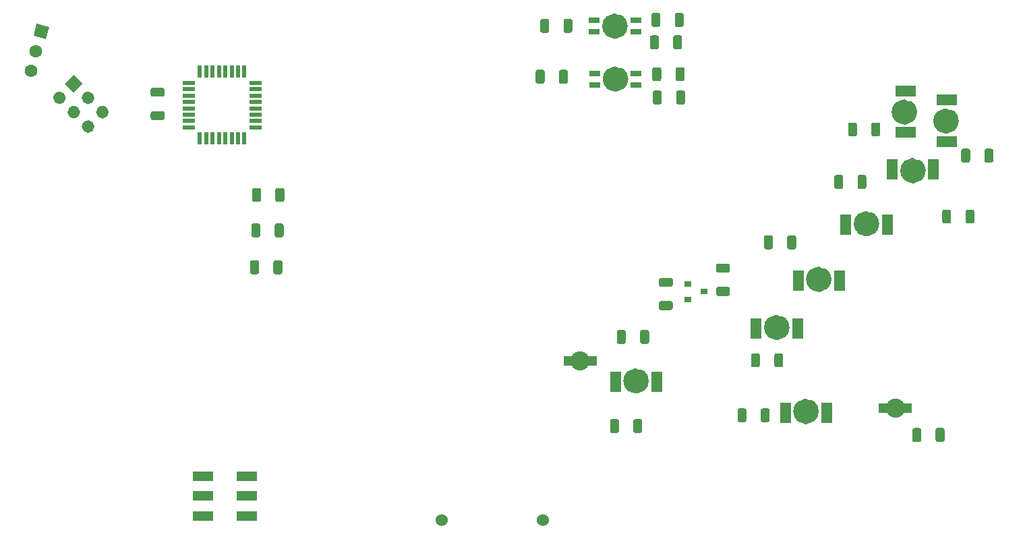
<source format=gbs>
%TF.GenerationSoftware,KiCad,Pcbnew,5.1.10-88a1d61d58~88~ubuntu20.04.1*%
%TF.CreationDate,2021-05-29T11:29:45-04:00*%
%TF.ProjectId,avBadge_2021,61764261-6467-4655-9f32-3032312e6b69,rev?*%
%TF.SameCoordinates,Original*%
%TF.FileFunction,Soldermask,Bot*%
%TF.FilePolarity,Negative*%
%FSLAX46Y46*%
G04 Gerber Fmt 4.6, Leading zero omitted, Abs format (unit mm)*
G04 Created by KiCad (PCBNEW 5.1.10-88a1d61d58~88~ubuntu20.04.1) date 2021-05-29 11:29:45*
%MOMM*%
%LPD*%
G01*
G04 APERTURE LIST*
%ADD10C,1.600000*%
%ADD11C,0.100000*%
%ADD12C,1.600000*%
%ADD13R,2.500000X1.200000*%
%ADD14C,1.524000*%
%ADD15R,0.550000X1.500000*%
%ADD16R,1.500000X0.550000*%
%ADD17C,2.400000*%
%ADD18R,1.080000X1.250000*%
%ADD19R,0.900000X0.800000*%
%ADD20R,1.400000X0.800000*%
%ADD21R,1.400000X2.600000*%
%ADD22R,2.600000X1.400000*%
G04 APERTURE END LIST*
D10*
%TO.C,D2*%
X165824760Y-84568200D02*
G75*
G03*
X165824760Y-84568200I-800000J0D01*
G01*
%TO.C,D6*%
X189741400Y-126283820D02*
G75*
G03*
X189741400Y-126283820I-800000J0D01*
G01*
%TO.C,D7*%
X168405400Y-122458580D02*
G75*
G03*
X168405400Y-122458580I-800000J0D01*
G01*
%TO.C,D8*%
X203178000Y-96062700D02*
G75*
G03*
X203178000Y-96062700I-800000J0D01*
G01*
%TO.C,D10*%
X191341600Y-109702700D02*
G75*
G03*
X191341600Y-109702700I-800000J0D01*
G01*
%TO.C,D11*%
X197336000Y-102727860D02*
G75*
G03*
X197336000Y-102727860I-800000J0D01*
G01*
%TO.C,D12*%
X186073640Y-115747900D02*
G75*
G03*
X186073640Y-115747900I-800000J0D01*
G01*
%TO.C,D1*%
X165753640Y-77928640D02*
G75*
G03*
X165753640Y-77928640I-800000J0D01*
G01*
%TO.C,D4*%
X207322420Y-89835680D02*
G75*
G03*
X207322420Y-89835680I-800000J0D01*
G01*
%TO.C,D9*%
X202095100Y-88702840D02*
G75*
G03*
X202095100Y-88702840I-800000J0D01*
G01*
%TD*%
D11*
%TO.C,P1*%
G36*
X93491125Y-79582824D02*
G01*
X91945644Y-79168713D01*
X92359755Y-77623232D01*
X93905236Y-78037343D01*
X93491125Y-79582824D01*
G37*
D12*
X92268040Y-81056480D03*
X91610640Y-83509932D03*
%TD*%
D13*
%TO.C,SW1*%
X113223040Y-139391400D03*
X113223040Y-136891400D03*
X113223040Y-134391400D03*
X118723040Y-139391400D03*
X118723040Y-136891400D03*
X118723040Y-134391400D03*
%TD*%
D14*
%TO.C,BT1*%
X143242020Y-139926060D03*
X155942020Y-139926060D03*
%TD*%
D15*
%TO.C,U1*%
X112836040Y-92043360D03*
X113636040Y-92043360D03*
X114436040Y-92043360D03*
X115236040Y-92043360D03*
X116036040Y-92043360D03*
X116836040Y-92043360D03*
X117636040Y-92043360D03*
X118436040Y-92043360D03*
D16*
X119836040Y-90643360D03*
X119836040Y-89843360D03*
X119836040Y-89043360D03*
X119836040Y-88243360D03*
X119836040Y-87443360D03*
X119836040Y-86643360D03*
X119836040Y-85843360D03*
X119836040Y-85043360D03*
D15*
X118436040Y-83643360D03*
X117636040Y-83643360D03*
X116836040Y-83643360D03*
X116036040Y-83643360D03*
X115236040Y-83643360D03*
X114436040Y-83643360D03*
X113636040Y-83643360D03*
D16*
X111436040Y-85043360D03*
X111436040Y-85843360D03*
X111436040Y-86643360D03*
X111436040Y-87443360D03*
X111436040Y-88243360D03*
X111436040Y-89043360D03*
X111436040Y-89843360D03*
X111436040Y-90643360D03*
D15*
X112836040Y-83643360D03*
%TD*%
D17*
%TO.C,D5*%
X160603760Y-119969280D03*
D18*
X159043760Y-119969280D03*
X162163760Y-119969280D03*
%TD*%
%TO.C,C1*%
G36*
G01*
X108173681Y-86796580D02*
X106923679Y-86796580D01*
G75*
G02*
X106673680Y-86546581I0J249999D01*
G01*
X106673680Y-85921579D01*
G75*
G02*
X106923679Y-85671580I249999J0D01*
G01*
X108173681Y-85671580D01*
G75*
G02*
X108423680Y-85921579I0J-249999D01*
G01*
X108423680Y-86546581D01*
G75*
G02*
X108173681Y-86796580I-249999J0D01*
G01*
G37*
G36*
G01*
X108173681Y-89721580D02*
X106923679Y-89721580D01*
G75*
G02*
X106673680Y-89471581I0J249999D01*
G01*
X106673680Y-88846579D01*
G75*
G02*
X106923679Y-88596580I249999J0D01*
G01*
X108173681Y-88596580D01*
G75*
G02*
X108423680Y-88846579I0J-249999D01*
G01*
X108423680Y-89471581D01*
G75*
G02*
X108173681Y-89721580I-249999J0D01*
G01*
G37*
%TD*%
%TO.C,C2*%
G36*
G01*
X179151441Y-108863020D02*
X177901439Y-108863020D01*
G75*
G02*
X177651440Y-108613021I0J249999D01*
G01*
X177651440Y-107988019D01*
G75*
G02*
X177901439Y-107738020I249999J0D01*
G01*
X179151441Y-107738020D01*
G75*
G02*
X179401440Y-107988019I0J-249999D01*
G01*
X179401440Y-108613021D01*
G75*
G02*
X179151441Y-108863020I-249999J0D01*
G01*
G37*
G36*
G01*
X179151441Y-111788020D02*
X177901439Y-111788020D01*
G75*
G02*
X177651440Y-111538021I0J249999D01*
G01*
X177651440Y-110913019D01*
G75*
G02*
X177901439Y-110663020I249999J0D01*
G01*
X179151441Y-110663020D01*
G75*
G02*
X179401440Y-110913019I0J-249999D01*
G01*
X179401440Y-111538021D01*
G75*
G02*
X179151441Y-111788020I-249999J0D01*
G01*
G37*
%TD*%
D17*
%TO.C,D3*%
X200177400Y-125846840D03*
D18*
X198617400Y-125846840D03*
X201737400Y-125846840D03*
%TD*%
%TO.C,J1*%
G36*
G01*
X100044258Y-89303125D02*
X100044258Y-89303125D01*
G75*
G02*
X100044258Y-88171755I565685J565685D01*
G01*
X100044258Y-88171755D01*
G75*
G02*
X101175628Y-88171755I565685J-565685D01*
G01*
X101175628Y-88171755D01*
G75*
G02*
X101175628Y-89303125I-565685J-565685D01*
G01*
X101175628Y-89303125D01*
G75*
G02*
X100044258Y-89303125I-565685J565685D01*
G01*
G37*
G36*
G01*
X98248206Y-91099176D02*
X98248206Y-91099176D01*
G75*
G02*
X98248206Y-89967806I565685J565685D01*
G01*
X98248206Y-89967806D01*
G75*
G02*
X99379576Y-89967806I565685J-565685D01*
G01*
X99379576Y-89967806D01*
G75*
G02*
X99379576Y-91099176I-565685J-565685D01*
G01*
X99379576Y-91099176D01*
G75*
G02*
X98248206Y-91099176I-565685J565685D01*
G01*
G37*
G36*
G01*
X98248206Y-87507074D02*
X98248206Y-87507074D01*
G75*
G02*
X98248206Y-86375704I565685J565685D01*
G01*
X98248206Y-86375704D01*
G75*
G02*
X99379576Y-86375704I565685J-565685D01*
G01*
X99379576Y-86375704D01*
G75*
G02*
X99379576Y-87507074I-565685J-565685D01*
G01*
X99379576Y-87507074D01*
G75*
G02*
X98248206Y-87507074I-565685J565685D01*
G01*
G37*
G36*
G01*
X96452155Y-89303125D02*
X96452155Y-89303125D01*
G75*
G02*
X96452155Y-88171755I565685J565685D01*
G01*
X96452155Y-88171755D01*
G75*
G02*
X97583525Y-88171755I565685J-565685D01*
G01*
X97583525Y-88171755D01*
G75*
G02*
X97583525Y-89303125I-565685J-565685D01*
G01*
X97583525Y-89303125D01*
G75*
G02*
X96452155Y-89303125I-565685J565685D01*
G01*
G37*
D11*
G36*
X97017840Y-86276709D02*
G01*
X95886469Y-85145338D01*
X97017840Y-84013967D01*
X98149211Y-85145338D01*
X97017840Y-86276709D01*
G37*
G36*
G01*
X94656104Y-87507074D02*
X94656104Y-87507074D01*
G75*
G02*
X94656104Y-86375704I565685J565685D01*
G01*
X94656104Y-86375704D01*
G75*
G02*
X95787474Y-86375704I565685J-565685D01*
G01*
X95787474Y-86375704D01*
G75*
G02*
X95787474Y-87507074I-565685J-565685D01*
G01*
X95787474Y-87507074D01*
G75*
G02*
X94656104Y-87507074I-565685J565685D01*
G01*
G37*
%TD*%
%TO.C,R2*%
G36*
G01*
X170839020Y-86263319D02*
X170839020Y-87513321D01*
G75*
G02*
X170589021Y-87763320I-249999J0D01*
G01*
X169964019Y-87763320D01*
G75*
G02*
X169714020Y-87513321I0J249999D01*
G01*
X169714020Y-86263319D01*
G75*
G02*
X169964019Y-86013320I249999J0D01*
G01*
X170589021Y-86013320D01*
G75*
G02*
X170839020Y-86263319I0J-249999D01*
G01*
G37*
G36*
G01*
X173764020Y-86263319D02*
X173764020Y-87513321D01*
G75*
G02*
X173514021Y-87763320I-249999J0D01*
G01*
X172889019Y-87763320D01*
G75*
G02*
X172639020Y-87513321I0J249999D01*
G01*
X172639020Y-86263319D01*
G75*
G02*
X172889019Y-86013320I249999J0D01*
G01*
X173514021Y-86013320D01*
G75*
G02*
X173764020Y-86263319I0J-249999D01*
G01*
G37*
%TD*%
%TO.C,R1*%
G36*
G01*
X170463100Y-79344359D02*
X170463100Y-80594361D01*
G75*
G02*
X170213101Y-80844360I-249999J0D01*
G01*
X169588099Y-80844360D01*
G75*
G02*
X169338100Y-80594361I0J249999D01*
G01*
X169338100Y-79344359D01*
G75*
G02*
X169588099Y-79094360I249999J0D01*
G01*
X170213101Y-79094360D01*
G75*
G02*
X170463100Y-79344359I0J-249999D01*
G01*
G37*
G36*
G01*
X173388100Y-79344359D02*
X173388100Y-80594361D01*
G75*
G02*
X173138101Y-80844360I-249999J0D01*
G01*
X172513099Y-80844360D01*
G75*
G02*
X172263100Y-80594361I0J249999D01*
G01*
X172263100Y-79344359D01*
G75*
G02*
X172513099Y-79094360I249999J0D01*
G01*
X173138101Y-79094360D01*
G75*
G02*
X173388100Y-79344359I0J-249999D01*
G01*
G37*
%TD*%
%TO.C,R4*%
G36*
G01*
X157919800Y-84912361D02*
X157919800Y-83662359D01*
G75*
G02*
X158169799Y-83412360I249999J0D01*
G01*
X158794801Y-83412360D01*
G75*
G02*
X159044800Y-83662359I0J-249999D01*
G01*
X159044800Y-84912361D01*
G75*
G02*
X158794801Y-85162360I-249999J0D01*
G01*
X158169799Y-85162360D01*
G75*
G02*
X157919800Y-84912361I0J249999D01*
G01*
G37*
G36*
G01*
X154994800Y-84912361D02*
X154994800Y-83662359D01*
G75*
G02*
X155244799Y-83412360I249999J0D01*
G01*
X155869801Y-83412360D01*
G75*
G02*
X156119800Y-83662359I0J-249999D01*
G01*
X156119800Y-84912361D01*
G75*
G02*
X155869801Y-85162360I-249999J0D01*
G01*
X155244799Y-85162360D01*
G75*
G02*
X154994800Y-84912361I0J249999D01*
G01*
G37*
%TD*%
%TO.C,R3*%
G36*
G01*
X158493840Y-78516641D02*
X158493840Y-77266639D01*
G75*
G02*
X158743839Y-77016640I249999J0D01*
G01*
X159368841Y-77016640D01*
G75*
G02*
X159618840Y-77266639I0J-249999D01*
G01*
X159618840Y-78516641D01*
G75*
G02*
X159368841Y-78766640I-249999J0D01*
G01*
X158743839Y-78766640D01*
G75*
G02*
X158493840Y-78516641I0J249999D01*
G01*
G37*
G36*
G01*
X155568840Y-78516641D02*
X155568840Y-77266639D01*
G75*
G02*
X155818839Y-77016640I249999J0D01*
G01*
X156443841Y-77016640D01*
G75*
G02*
X156693840Y-77266639I0J-249999D01*
G01*
X156693840Y-78516641D01*
G75*
G02*
X156443841Y-78766640I-249999J0D01*
G01*
X155818839Y-78766640D01*
G75*
G02*
X155568840Y-78516641I0J249999D01*
G01*
G37*
%TD*%
%TO.C,R6*%
G36*
G01*
X170767900Y-83337239D02*
X170767900Y-84587241D01*
G75*
G02*
X170517901Y-84837240I-249999J0D01*
G01*
X169892899Y-84837240D01*
G75*
G02*
X169642900Y-84587241I0J249999D01*
G01*
X169642900Y-83337239D01*
G75*
G02*
X169892899Y-83087240I249999J0D01*
G01*
X170517901Y-83087240D01*
G75*
G02*
X170767900Y-83337239I0J-249999D01*
G01*
G37*
G36*
G01*
X173692900Y-83337239D02*
X173692900Y-84587241D01*
G75*
G02*
X173442901Y-84837240I-249999J0D01*
G01*
X172817899Y-84837240D01*
G75*
G02*
X172567900Y-84587241I0J249999D01*
G01*
X172567900Y-83337239D01*
G75*
G02*
X172817899Y-83087240I249999J0D01*
G01*
X173442901Y-83087240D01*
G75*
G02*
X173692900Y-83337239I0J-249999D01*
G01*
G37*
%TD*%
%TO.C,R5*%
G36*
G01*
X170666300Y-76535119D02*
X170666300Y-77785121D01*
G75*
G02*
X170416301Y-78035120I-249999J0D01*
G01*
X169791299Y-78035120D01*
G75*
G02*
X169541300Y-77785121I0J249999D01*
G01*
X169541300Y-76535119D01*
G75*
G02*
X169791299Y-76285120I249999J0D01*
G01*
X170416301Y-76285120D01*
G75*
G02*
X170666300Y-76535119I0J-249999D01*
G01*
G37*
G36*
G01*
X173591300Y-76535119D02*
X173591300Y-77785121D01*
G75*
G02*
X173341301Y-78035120I-249999J0D01*
G01*
X172716299Y-78035120D01*
G75*
G02*
X172466300Y-77785121I0J249999D01*
G01*
X172466300Y-76535119D01*
G75*
G02*
X172716299Y-76285120I249999J0D01*
G01*
X173341301Y-76285120D01*
G75*
G02*
X173591300Y-76535119I0J-249999D01*
G01*
G37*
%TD*%
%TO.C,R8*%
G36*
G01*
X205223220Y-129870361D02*
X205223220Y-128620359D01*
G75*
G02*
X205473219Y-128370360I249999J0D01*
G01*
X206098221Y-128370360D01*
G75*
G02*
X206348220Y-128620359I0J-249999D01*
G01*
X206348220Y-129870361D01*
G75*
G02*
X206098221Y-130120360I-249999J0D01*
G01*
X205473219Y-130120360D01*
G75*
G02*
X205223220Y-129870361I0J249999D01*
G01*
G37*
G36*
G01*
X202298220Y-129870361D02*
X202298220Y-128620359D01*
G75*
G02*
X202548219Y-128370360I249999J0D01*
G01*
X203173221Y-128370360D01*
G75*
G02*
X203423220Y-128620359I0J-249999D01*
G01*
X203423220Y-129870361D01*
G75*
G02*
X203173221Y-130120360I-249999J0D01*
G01*
X202548219Y-130120360D01*
G75*
G02*
X202298220Y-129870361I0J249999D01*
G01*
G37*
%TD*%
%TO.C,R10*%
G36*
G01*
X168118900Y-117561521D02*
X168118900Y-116311519D01*
G75*
G02*
X168368899Y-116061520I249999J0D01*
G01*
X168993901Y-116061520D01*
G75*
G02*
X169243900Y-116311519I0J-249999D01*
G01*
X169243900Y-117561521D01*
G75*
G02*
X168993901Y-117811520I-249999J0D01*
G01*
X168368899Y-117811520D01*
G75*
G02*
X168118900Y-117561521I0J249999D01*
G01*
G37*
G36*
G01*
X165193900Y-117561521D02*
X165193900Y-116311519D01*
G75*
G02*
X165443899Y-116061520I249999J0D01*
G01*
X166068901Y-116061520D01*
G75*
G02*
X166318900Y-116311519I0J-249999D01*
G01*
X166318900Y-117561521D01*
G75*
G02*
X166068901Y-117811520I-249999J0D01*
G01*
X165443899Y-117811520D01*
G75*
G02*
X165193900Y-117561521I0J249999D01*
G01*
G37*
%TD*%
%TO.C,R9*%
G36*
G01*
X120436340Y-102940959D02*
X120436340Y-104190961D01*
G75*
G02*
X120186341Y-104440960I-249999J0D01*
G01*
X119561339Y-104440960D01*
G75*
G02*
X119311340Y-104190961I0J249999D01*
G01*
X119311340Y-102940959D01*
G75*
G02*
X119561339Y-102690960I249999J0D01*
G01*
X120186341Y-102690960D01*
G75*
G02*
X120436340Y-102940959I0J-249999D01*
G01*
G37*
G36*
G01*
X123361340Y-102940959D02*
X123361340Y-104190961D01*
G75*
G02*
X123111341Y-104440960I-249999J0D01*
G01*
X122486339Y-104440960D01*
G75*
G02*
X122236340Y-104190961I0J249999D01*
G01*
X122236340Y-102940959D01*
G75*
G02*
X122486339Y-102690960I249999J0D01*
G01*
X123111341Y-102690960D01*
G75*
G02*
X123361340Y-102940959I0J-249999D01*
G01*
G37*
%TD*%
%TO.C,R13*%
G36*
G01*
X170723399Y-112451180D02*
X171973401Y-112451180D01*
G75*
G02*
X172223400Y-112701179I0J-249999D01*
G01*
X172223400Y-113326181D01*
G75*
G02*
X171973401Y-113576180I-249999J0D01*
G01*
X170723399Y-113576180D01*
G75*
G02*
X170473400Y-113326181I0J249999D01*
G01*
X170473400Y-112701179D01*
G75*
G02*
X170723399Y-112451180I249999J0D01*
G01*
G37*
G36*
G01*
X170723399Y-109526180D02*
X171973401Y-109526180D01*
G75*
G02*
X172223400Y-109776179I0J-249999D01*
G01*
X172223400Y-110401181D01*
G75*
G02*
X171973401Y-110651180I-249999J0D01*
G01*
X170723399Y-110651180D01*
G75*
G02*
X170473400Y-110401181I0J249999D01*
G01*
X170473400Y-109776179D01*
G75*
G02*
X170723399Y-109526180I249999J0D01*
G01*
G37*
%TD*%
%TO.C,R14*%
G36*
G01*
X183266380Y-127396401D02*
X183266380Y-126146399D01*
G75*
G02*
X183516379Y-125896400I249999J0D01*
G01*
X184141381Y-125896400D01*
G75*
G02*
X184391380Y-126146399I0J-249999D01*
G01*
X184391380Y-127396401D01*
G75*
G02*
X184141381Y-127646400I-249999J0D01*
G01*
X183516379Y-127646400D01*
G75*
G02*
X183266380Y-127396401I0J249999D01*
G01*
G37*
G36*
G01*
X180341380Y-127396401D02*
X180341380Y-126146399D01*
G75*
G02*
X180591379Y-125896400I249999J0D01*
G01*
X181216381Y-125896400D01*
G75*
G02*
X181466380Y-126146399I0J-249999D01*
G01*
X181466380Y-127396401D01*
G75*
G02*
X181216381Y-127646400I-249999J0D01*
G01*
X180591379Y-127646400D01*
G75*
G02*
X180341380Y-127396401I0J249999D01*
G01*
G37*
%TD*%
%TO.C,R15*%
G36*
G01*
X167260380Y-128752761D02*
X167260380Y-127502759D01*
G75*
G02*
X167510379Y-127252760I249999J0D01*
G01*
X168135381Y-127252760D01*
G75*
G02*
X168385380Y-127502759I0J-249999D01*
G01*
X168385380Y-128752761D01*
G75*
G02*
X168135381Y-129002760I-249999J0D01*
G01*
X167510379Y-129002760D01*
G75*
G02*
X167260380Y-128752761I0J249999D01*
G01*
G37*
G36*
G01*
X164335380Y-128752761D02*
X164335380Y-127502759D01*
G75*
G02*
X164585379Y-127252760I249999J0D01*
G01*
X165210381Y-127252760D01*
G75*
G02*
X165460380Y-127502759I0J-249999D01*
G01*
X165460380Y-128752761D01*
G75*
G02*
X165210381Y-129002760I-249999J0D01*
G01*
X164585379Y-129002760D01*
G75*
G02*
X164335380Y-128752761I0J249999D01*
G01*
G37*
%TD*%
%TO.C,R16*%
G36*
G01*
X208967180Y-102458681D02*
X208967180Y-101208679D01*
G75*
G02*
X209217179Y-100958680I249999J0D01*
G01*
X209842181Y-100958680D01*
G75*
G02*
X210092180Y-101208679I0J-249999D01*
G01*
X210092180Y-102458681D01*
G75*
G02*
X209842181Y-102708680I-249999J0D01*
G01*
X209217179Y-102708680D01*
G75*
G02*
X208967180Y-102458681I0J249999D01*
G01*
G37*
G36*
G01*
X206042180Y-102458681D02*
X206042180Y-101208679D01*
G75*
G02*
X206292179Y-100958680I249999J0D01*
G01*
X206917181Y-100958680D01*
G75*
G02*
X207167180Y-101208679I0J-249999D01*
G01*
X207167180Y-102458681D01*
G75*
G02*
X206917181Y-102708680I-249999J0D01*
G01*
X206292179Y-102708680D01*
G75*
G02*
X206042180Y-102458681I0J249999D01*
G01*
G37*
%TD*%
%TO.C,R18*%
G36*
G01*
X186584700Y-105689561D02*
X186584700Y-104439559D01*
G75*
G02*
X186834699Y-104189560I249999J0D01*
G01*
X187459701Y-104189560D01*
G75*
G02*
X187709700Y-104439559I0J-249999D01*
G01*
X187709700Y-105689561D01*
G75*
G02*
X187459701Y-105939560I-249999J0D01*
G01*
X186834699Y-105939560D01*
G75*
G02*
X186584700Y-105689561I0J249999D01*
G01*
G37*
G36*
G01*
X183659700Y-105689561D02*
X183659700Y-104439559D01*
G75*
G02*
X183909699Y-104189560I249999J0D01*
G01*
X184534701Y-104189560D01*
G75*
G02*
X184784700Y-104439559I0J-249999D01*
G01*
X184784700Y-105689561D01*
G75*
G02*
X184534701Y-105939560I-249999J0D01*
G01*
X183909699Y-105939560D01*
G75*
G02*
X183659700Y-105689561I0J249999D01*
G01*
G37*
%TD*%
%TO.C,R19*%
G36*
G01*
X195408660Y-98110201D02*
X195408660Y-96860199D01*
G75*
G02*
X195658659Y-96610200I249999J0D01*
G01*
X196283661Y-96610200D01*
G75*
G02*
X196533660Y-96860199I0J-249999D01*
G01*
X196533660Y-98110201D01*
G75*
G02*
X196283661Y-98360200I-249999J0D01*
G01*
X195658659Y-98360200D01*
G75*
G02*
X195408660Y-98110201I0J249999D01*
G01*
G37*
G36*
G01*
X192483660Y-98110201D02*
X192483660Y-96860199D01*
G75*
G02*
X192733659Y-96610200I249999J0D01*
G01*
X193358661Y-96610200D01*
G75*
G02*
X193608660Y-96860199I0J-249999D01*
G01*
X193608660Y-98110201D01*
G75*
G02*
X193358661Y-98360200I-249999J0D01*
G01*
X192733659Y-98360200D01*
G75*
G02*
X192483660Y-98110201I0J249999D01*
G01*
G37*
%TD*%
%TO.C,R20*%
G36*
G01*
X184959100Y-120492681D02*
X184959100Y-119242679D01*
G75*
G02*
X185209099Y-118992680I249999J0D01*
G01*
X185834101Y-118992680D01*
G75*
G02*
X186084100Y-119242679I0J-249999D01*
G01*
X186084100Y-120492681D01*
G75*
G02*
X185834101Y-120742680I-249999J0D01*
G01*
X185209099Y-120742680D01*
G75*
G02*
X184959100Y-120492681I0J249999D01*
G01*
G37*
G36*
G01*
X182034100Y-120492681D02*
X182034100Y-119242679D01*
G75*
G02*
X182284099Y-118992680I249999J0D01*
G01*
X182909101Y-118992680D01*
G75*
G02*
X183159100Y-119242679I0J-249999D01*
G01*
X183159100Y-120492681D01*
G75*
G02*
X182909101Y-120742680I-249999J0D01*
G01*
X182284099Y-120742680D01*
G75*
G02*
X182034100Y-120492681I0J249999D01*
G01*
G37*
%TD*%
D19*
%TO.C,Q1*%
X176147480Y-111257120D03*
X174147480Y-110307120D03*
X174147480Y-112207120D03*
%TD*%
D20*
%TO.C,D2*%
X167624760Y-83843200D03*
X162424760Y-83843200D03*
X162424760Y-85293200D03*
X167624760Y-85293200D03*
%TD*%
D21*
%TO.C,D6*%
X186356640Y-126425960D03*
X191556640Y-126425960D03*
%TD*%
%TO.C,D7*%
X165020640Y-122600720D03*
X170220640Y-122600720D03*
%TD*%
%TO.C,D8*%
X199762760Y-95920560D03*
X204962760Y-95920560D03*
%TD*%
%TO.C,D10*%
X187956840Y-109844840D03*
X193156840Y-109844840D03*
%TD*%
%TO.C,D11*%
X193951240Y-102870000D03*
X199151240Y-102870000D03*
%TD*%
%TO.C,D12*%
X182688880Y-115890040D03*
X187888880Y-115890040D03*
%TD*%
%TO.C,R7*%
G36*
G01*
X120278860Y-107573919D02*
X120278860Y-108823921D01*
G75*
G02*
X120028861Y-109073920I-249999J0D01*
G01*
X119403859Y-109073920D01*
G75*
G02*
X119153860Y-108823921I0J249999D01*
G01*
X119153860Y-107573919D01*
G75*
G02*
X119403859Y-107323920I249999J0D01*
G01*
X120028861Y-107323920D01*
G75*
G02*
X120278860Y-107573919I0J-249999D01*
G01*
G37*
G36*
G01*
X123203860Y-107573919D02*
X123203860Y-108823921D01*
G75*
G02*
X122953861Y-109073920I-249999J0D01*
G01*
X122328859Y-109073920D01*
G75*
G02*
X122078860Y-108823921I0J249999D01*
G01*
X122078860Y-107573919D01*
G75*
G02*
X122328859Y-107323920I249999J0D01*
G01*
X122953861Y-107323920D01*
G75*
G02*
X123203860Y-107573919I0J-249999D01*
G01*
G37*
%TD*%
%TO.C,R11*%
G36*
G01*
X211349700Y-94808201D02*
X211349700Y-93558199D01*
G75*
G02*
X211599699Y-93308200I249999J0D01*
G01*
X212224701Y-93308200D01*
G75*
G02*
X212474700Y-93558199I0J-249999D01*
G01*
X212474700Y-94808201D01*
G75*
G02*
X212224701Y-95058200I-249999J0D01*
G01*
X211599699Y-95058200D01*
G75*
G02*
X211349700Y-94808201I0J249999D01*
G01*
G37*
G36*
G01*
X208424700Y-94808201D02*
X208424700Y-93558199D01*
G75*
G02*
X208674699Y-93308200I249999J0D01*
G01*
X209299701Y-93308200D01*
G75*
G02*
X209549700Y-93558199I0J-249999D01*
G01*
X209549700Y-94808201D01*
G75*
G02*
X209299701Y-95058200I-249999J0D01*
G01*
X208674699Y-95058200D01*
G75*
G02*
X208424700Y-94808201I0J249999D01*
G01*
G37*
%TD*%
%TO.C,R12*%
G36*
G01*
X120526700Y-98490879D02*
X120526700Y-99740881D01*
G75*
G02*
X120276701Y-99990880I-249999J0D01*
G01*
X119651699Y-99990880D01*
G75*
G02*
X119401700Y-99740881I0J249999D01*
G01*
X119401700Y-98490879D01*
G75*
G02*
X119651699Y-98240880I249999J0D01*
G01*
X120276701Y-98240880D01*
G75*
G02*
X120526700Y-98490879I0J-249999D01*
G01*
G37*
G36*
G01*
X123451700Y-98490879D02*
X123451700Y-99740881D01*
G75*
G02*
X123201701Y-99990880I-249999J0D01*
G01*
X122576699Y-99990880D01*
G75*
G02*
X122326700Y-99740881I0J249999D01*
G01*
X122326700Y-98490879D01*
G75*
G02*
X122576699Y-98240880I249999J0D01*
G01*
X123201701Y-98240880D01*
G75*
G02*
X123451700Y-98490879I0J-249999D01*
G01*
G37*
%TD*%
D20*
%TO.C,D1*%
X167553640Y-78653640D03*
X162353640Y-78653640D03*
X162353640Y-77203640D03*
X167553640Y-77203640D03*
%TD*%
D22*
%TO.C,D4*%
X206664560Y-87220440D03*
X206664560Y-92420440D03*
%TD*%
%TO.C,D9*%
X201437240Y-86087600D03*
X201437240Y-91287600D03*
%TD*%
%TO.C,R17*%
G36*
G01*
X194219940Y-91521441D02*
X194219940Y-90271439D01*
G75*
G02*
X194469939Y-90021440I249999J0D01*
G01*
X195094941Y-90021440D01*
G75*
G02*
X195344940Y-90271439I0J-249999D01*
G01*
X195344940Y-91521441D01*
G75*
G02*
X195094941Y-91771440I-249999J0D01*
G01*
X194469939Y-91771440D01*
G75*
G02*
X194219940Y-91521441I0J249999D01*
G01*
G37*
G36*
G01*
X197144940Y-91521441D02*
X197144940Y-90271439D01*
G75*
G02*
X197394939Y-90021440I249999J0D01*
G01*
X198019941Y-90021440D01*
G75*
G02*
X198269940Y-90271439I0J-249999D01*
G01*
X198269940Y-91521441D01*
G75*
G02*
X198019941Y-91771440I-249999J0D01*
G01*
X197394939Y-91771440D01*
G75*
G02*
X197144940Y-91521441I0J249999D01*
G01*
G37*
%TD*%
M02*

</source>
